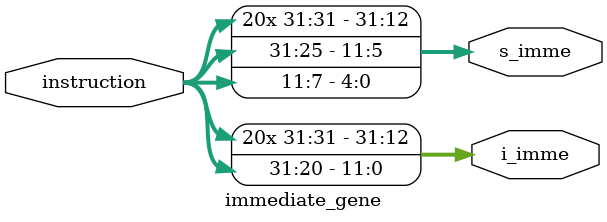
<source format=sv>


module immediate_gene #
(parameter INSTRUCTION=32
)
(
/* verilator lint_off UNUSED */
    input        [INSTRUCTION-1:0]   instruction,
    output logic [INSTRUCTION-1:0]   i_imme,
    output logic [INSTRUCTION-1:0]   s_imme
);

    always_comb begin
/* verilator lint_off UNUSED */

        i_imme  = {{20{instruction[31]}}, instruction[31:20]};
        s_imme  = {{20{instruction[31]}}, instruction[31:25], instruction[11:7]};
        
    end
endmodule

</source>
